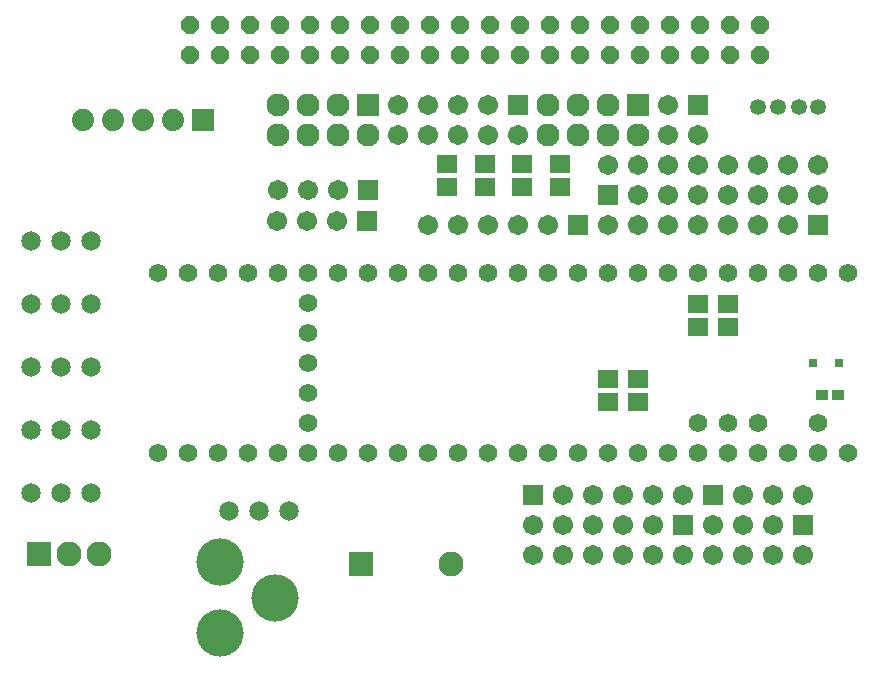
<source format=gbs>
G04 DipTrace Beta 3.0.9.0*
G04 TeensyArbotixProRPIT3.6V0.3.gbs*
%MOIN*%
G04 #@! TF.FileFunction,Soldermask,Bot*
G04 #@! TF.Part,Single*
%AMOUTLINE2*5,1,8,0,0,0.065199,-22.499571*%
%ADD37R,0.074X0.074*%
%ADD38C,0.074*%
%ADD41C,0.15748*%
%ADD44C,0.065199*%
%ADD46C,0.05315*%
%ADD52C,0.06194*%
%ADD71R,0.031654X0.031654*%
%ADD73R,0.043465X0.035591*%
%ADD83C,0.082835*%
%ADD85R,0.082835X0.082835*%
%ADD95C,0.07693*%
%ADD97R,0.07693X0.07693*%
%ADD103C,0.067087*%
%ADD105R,0.067087X0.067087*%
%ADD107R,0.067087X0.059213*%
%ADD121OUTLINE2*%
%FSLAX26Y26*%
G04*
G70*
G90*
G75*
G01*
G04 BotMask*
%LPD*%
D105*
X2668561Y944016D3*
D103*
Y844016D3*
X2568561Y944016D3*
Y844016D3*
X2468561Y944016D3*
Y844016D3*
X2368561Y944016D3*
Y844016D3*
X2268561Y944016D3*
Y844016D3*
X2168561Y944016D3*
Y844016D3*
D105*
Y1044016D3*
D103*
X2268561D3*
X2368561D3*
X2468561D3*
X2568561D3*
X2668561D3*
D105*
X3068561Y944016D3*
D103*
Y844016D3*
X2968561Y944016D3*
Y844016D3*
X2868561Y944016D3*
Y844016D3*
X2768561Y944016D3*
Y844016D3*
D105*
Y1044016D3*
D103*
X2868561D3*
X2968561D3*
X3068561D3*
D105*
X2419016Y2044016D3*
D103*
Y2144016D3*
X2519016Y2044016D3*
Y2144016D3*
X2619016Y2044016D3*
Y2144016D3*
X2719016Y2044016D3*
Y2144016D3*
X2819016Y2044016D3*
Y2144016D3*
X2919016Y2044016D3*
Y2144016D3*
X3019016Y2044016D3*
Y2144016D3*
X3119016Y2044016D3*
Y2144016D3*
D37*
X1069016Y2294016D3*
D38*
X969016D3*
X869016D3*
X669016D3*
X769016D3*
D105*
X2719016Y2344016D3*
D103*
Y2244016D3*
X2619016Y2344016D3*
Y2244016D3*
D97*
X2519016Y2344016D3*
D95*
X2419016D3*
X2319016D3*
X2219016D3*
Y2244016D3*
X2319016D3*
X2419016D3*
X2519016D3*
D41*
X1124016Y820390D3*
Y584170D3*
X1309055Y702280D3*
D121*
X1023544Y2510945D3*
Y2610945D3*
X1123544Y2510945D3*
Y2610945D3*
X1223544Y2510945D3*
Y2610945D3*
X1323544Y2510945D3*
Y2610945D3*
X1423544Y2510945D3*
Y2610945D3*
X1523544Y2510945D3*
Y2610945D3*
X1623544Y2510945D3*
Y2610945D3*
X1723544Y2510945D3*
Y2610945D3*
X1823544Y2510945D3*
Y2610945D3*
X1923544Y2510945D3*
Y2610945D3*
X2023544Y2510945D3*
Y2610945D3*
X2123544Y2510945D3*
Y2610945D3*
X2223544Y2510945D3*
Y2610945D3*
X2323544Y2510945D3*
Y2610945D3*
X2423544Y2510945D3*
Y2610945D3*
X2523544Y2510945D3*
Y2610945D3*
X2623544Y2510945D3*
Y2610945D3*
X2723544Y2510945D3*
Y2610945D3*
X2823544Y2510945D3*
Y2610945D3*
X2923544Y2510945D3*
Y2610945D3*
D44*
X494016Y1891023D3*
X594016D3*
X694016D3*
X494016Y1681023D3*
X594016D3*
X694016D3*
X494016Y1471023D3*
X594016D3*
X694016D3*
X494016Y1261023D3*
X594016D3*
X694016D3*
X494016Y1051023D3*
X594016D3*
X694016D3*
X1355788Y991861D3*
X1255788D3*
X1155788D3*
D105*
X3119016Y1944016D3*
D103*
X3019016D3*
X2919016D3*
X2819016D3*
X2719016D3*
X2619016D3*
X2519016D3*
X2419016D3*
D105*
X2319016D3*
D103*
X2219016D3*
X2119016D3*
X2019016D3*
X1919016D3*
X1819016D3*
D46*
X3119667Y2339007D3*
X3054667D3*
X2984667D3*
X2919667D3*
D85*
X520557Y849233D3*
D83*
X620557D3*
X720557D3*
D107*
X2256789Y2072171D3*
Y2146974D3*
X2131789Y2072171D3*
Y2146974D3*
X2006789Y2072171D3*
Y2146974D3*
X1881789Y2072171D3*
Y2146974D3*
X2819016Y1606614D3*
Y1681418D3*
X2719016Y1606614D3*
Y1681418D3*
X2419016Y1431418D3*
Y1356614D3*
X2519016Y1431418D3*
Y1356614D3*
D105*
X1617578Y2061883D3*
D103*
X1517578D3*
X1417578D3*
X1317578D3*
D105*
X1614036Y1959914D3*
D103*
X1514036D3*
X1414036D3*
X1314036D3*
D97*
X1619016Y2344016D3*
D95*
X1519016D3*
X1419016D3*
X1319016D3*
Y2244016D3*
X1419016D3*
X1519016D3*
X1619016D3*
D105*
X2119016Y2344016D3*
D103*
Y2244016D3*
X2019016Y2344016D3*
Y2244016D3*
X1919016Y2344016D3*
Y2244016D3*
X1819016Y2344016D3*
Y2244016D3*
X1719016Y2344016D3*
Y2244016D3*
D85*
X1596317Y814777D3*
D83*
X1895529D3*
D52*
X3219016Y1784016D3*
X3119016D3*
X3019016D3*
X2919016D3*
X2819016D3*
X2719016D3*
X2619016D3*
X2519016D3*
X2419016D3*
X2319016D3*
X2219016D3*
X2119016D3*
X2019016D3*
X1919016D3*
X1419016Y1284016D3*
Y1384016D3*
Y1484016D3*
Y1584016D3*
X1619016Y1184016D3*
X1919016D3*
X2019016D3*
X2119016D3*
X2219016D3*
X2319016D3*
X2419016D3*
X2519016D3*
X2619016D3*
X2719016D3*
X2819016D3*
X2919016D3*
X3019016D3*
X3119016D3*
X3219016D3*
X3119016Y1284016D3*
X2919016D3*
X2819016D3*
X2719016D3*
X1319016Y1784016D3*
X1219016D3*
X1419016D3*
X1519016D3*
X1619016D3*
X1719016D3*
X1119016D3*
X1019016D3*
X919016D3*
Y1184016D3*
X1819016Y1784016D3*
X1019016Y1184016D3*
X1819016D3*
X1119016D3*
X1319016D3*
X1419016D3*
X1519016D3*
X1219016D3*
X1719016D3*
X1419016Y1684016D3*
D73*
X3183671Y1377272D3*
X3132490D3*
D71*
X3189171Y1486538D3*
X3102557D3*
M02*

</source>
